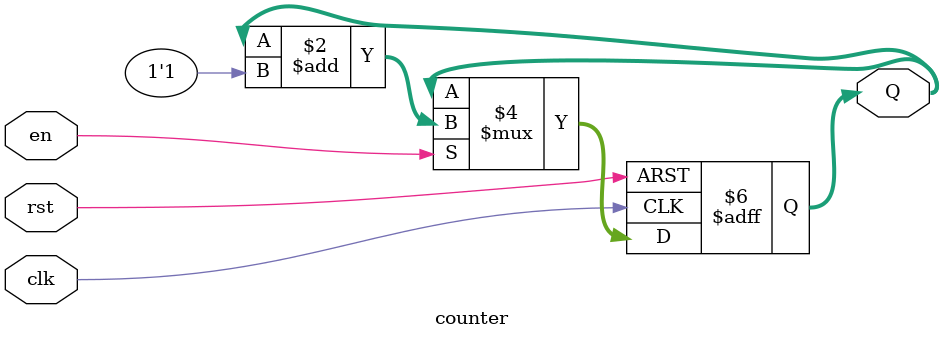
<source format=sv>
module counter #(parameter N = 16) (input clk, rst, en, output logic [N-1:0] Q);

always_ff @ (negedge clk or posedge rst)
	if (rst) Q = 8'h00;
	else
		if (en) Q = Q + 1'b1;
		
endmodule

</source>
